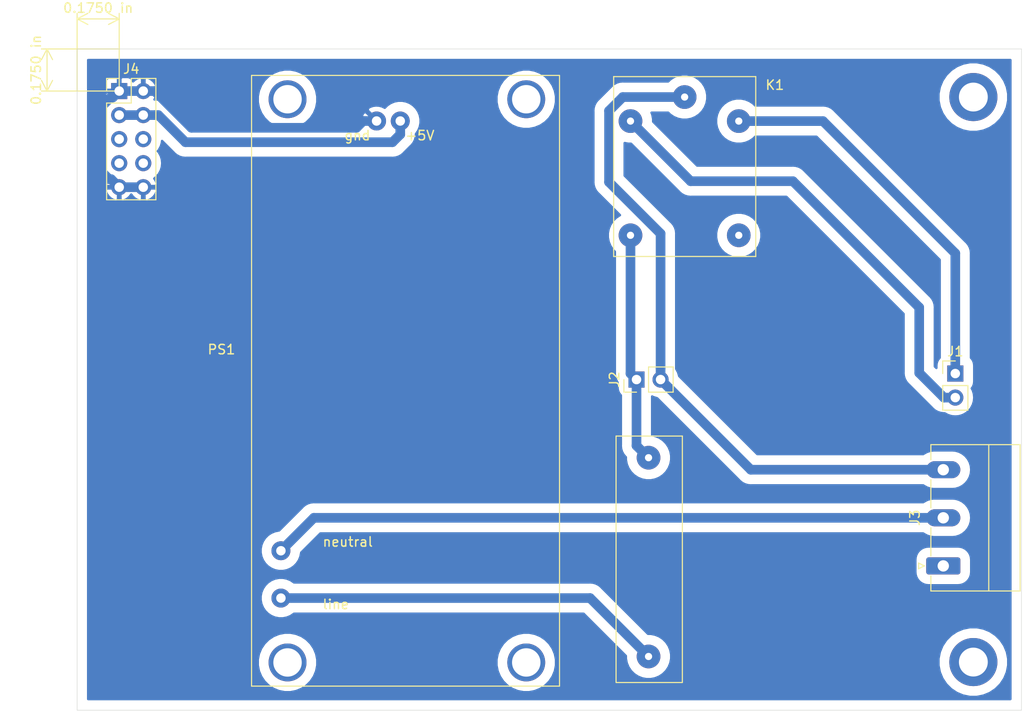
<source format=kicad_pcb>
(kicad_pcb (version 20171130) (host pcbnew "(5.1.4)-1")

  (general
    (thickness 1.6)
    (drawings 6)
    (tracks 48)
    (zones 0)
    (modules 7)
    (nets 15)
  )

  (page A4)
  (layers
    (0 F.Cu signal)
    (31 B.Cu signal)
    (32 B.Adhes user)
    (33 F.Adhes user)
    (34 B.Paste user)
    (35 F.Paste user)
    (36 B.SilkS user)
    (37 F.SilkS user)
    (38 B.Mask user)
    (39 F.Mask user)
    (40 Dwgs.User user)
    (41 Cmts.User user)
    (42 Eco1.User user)
    (43 Eco2.User user)
    (44 Edge.Cuts user)
    (45 Margin user)
    (46 B.CrtYd user)
    (47 F.CrtYd user)
    (48 B.Fab user)
    (49 F.Fab user)
  )

  (setup
    (last_trace_width 1.016)
    (trace_clearance 0.508)
    (zone_clearance 0.508)
    (zone_45_only no)
    (trace_min 0.2)
    (via_size 0.8)
    (via_drill 0.4)
    (via_min_size 0.4)
    (via_min_drill 0.3)
    (uvia_size 0.3)
    (uvia_drill 0.1)
    (uvias_allowed no)
    (uvia_min_size 0.2)
    (uvia_min_drill 0.1)
    (edge_width 0.05)
    (segment_width 0.2)
    (pcb_text_width 0.3)
    (pcb_text_size 1.5 1.5)
    (mod_edge_width 0.12)
    (mod_text_size 1 1)
    (mod_text_width 0.15)
    (pad_size 1.524 1.524)
    (pad_drill 0.762)
    (pad_to_mask_clearance 0.051)
    (solder_mask_min_width 0.25)
    (aux_axis_origin 0 0)
    (visible_elements 7FFFFFFF)
    (pcbplotparams
      (layerselection 0x010fc_ffffffff)
      (usegerberextensions false)
      (usegerberattributes false)
      (usegerberadvancedattributes false)
      (creategerberjobfile false)
      (excludeedgelayer true)
      (linewidth 0.100000)
      (plotframeref false)
      (viasonmask false)
      (mode 1)
      (useauxorigin false)
      (hpglpennumber 1)
      (hpglpenspeed 20)
      (hpglpendiameter 15.000000)
      (psnegative false)
      (psa4output false)
      (plotreference true)
      (plotvalue true)
      (plotinvisibletext false)
      (padsonsilk false)
      (subtractmaskfromsilk false)
      (outputformat 1)
      (mirror false)
      (drillshape 1)
      (scaleselection 1)
      (outputdirectory ""))
  )

  (net 0 "")
  (net 1 "Net-(F1-Pad1)")
  (net 2 "Net-(F1-Pad2)")
  (net 3 "Net-(J1-Pad2)")
  (net 4 "Net-(J1-Pad1)")
  (net 5 LINE)
  (net 6 NEUT)
  (net 7 "Net-(J4-Pad1)")
  (net 8 "Net-(J4-Pad3)")
  (net 9 "Net-(J4-Pad5)")
  (net 10 "Net-(J4-Pad6)")
  (net 11 "Net-(J4-Pad7)")
  (net 12 "Net-(J4-Pad8)")
  (net 13 "Net-(K1-Pad2)")
  (net 14 "Net-(J3-Pad1)")

  (net_class Default "This is the default net class."
    (clearance 0.508)
    (trace_width 1.016)
    (via_dia 0.8)
    (via_drill 0.4)
    (uvia_dia 0.3)
    (uvia_drill 0.1)
    (add_net LINE)
    (add_net NEUT)
    (add_net "Net-(F1-Pad1)")
    (add_net "Net-(F1-Pad2)")
    (add_net "Net-(J1-Pad1)")
    (add_net "Net-(J1-Pad2)")
    (add_net "Net-(J3-Pad1)")
    (add_net "Net-(J4-Pad1)")
    (add_net "Net-(J4-Pad3)")
    (add_net "Net-(J4-Pad5)")
    (add_net "Net-(J4-Pad6)")
    (add_net "Net-(J4-Pad7)")
    (add_net "Net-(J4-Pad8)")
    (add_net "Net-(K1-Pad2)")
  )

  (module MyStuff:Converter_ACDC_5V_10W_XPJ-01B (layer F.Cu) (tedit 61487CCC) (tstamp 6145EDC3)
    (at 116.205 119.38)
    (path /614920C0)
    (fp_text reference PS1 (at -3.175 -35.56) (layer F.SilkS)
      (effects (font (size 1 1) (thickness 0.15)))
    )
    (fp_text value XPJ-01B_5V_10W (at 15.24 1.778) (layer F.Fab)
      (effects (font (size 1 1) (thickness 0.15)))
    )
    (fp_text user +5V (at 17.78 -58.166) (layer F.SilkS)
      (effects (font (size 1 1) (thickness 0.15)))
    )
    (fp_text user gnd (at 11.176 -58.166) (layer F.SilkS)
      (effects (font (size 1 1) (thickness 0.15)))
    )
    (fp_text user line (at 8.89 -8.636) (layer F.SilkS)
      (effects (font (size 1 1) (thickness 0.15)))
    )
    (fp_text user neutral (at 10.16 -15.24) (layer F.SilkS)
      (effects (font (size 1 1) (thickness 0.15)))
    )
    (fp_line (start 32.512 -64.516) (end 0 -64.516) (layer F.SilkS) (width 0.12))
    (fp_line (start 0 0) (end 32.512 0) (layer F.SilkS) (width 0.12))
    (fp_line (start 32.512 -64.516) (end 32.512 0) (layer F.SilkS) (width 0.12))
    (fp_line (start 0 -64.516) (end 0 0) (layer F.SilkS) (width 0.12))
    (fp_line (start 32.4 0) (end 32.4 -64.65) (layer F.CrtYd) (width 0.12))
    (fp_line (start 0 0) (end 0 -64.65) (layer F.CrtYd) (width 0.12))
    (fp_line (start 0 -64.65) (end 32.4 -64.65) (layer F.CrtYd) (width 0.12))
    (fp_line (start 0 0) (end 32.4 0) (layer F.CrtYd) (width 0.12))
    (pad "" thru_hole circle (at 29 -62) (size 4 4) (drill 3) (layers *.Cu *.Mask))
    (pad "" thru_hole circle (at 29 -2.5) (size 4 4) (drill 3) (layers *.Cu *.Mask))
    (pad "" thru_hole circle (at 3.8 -62) (size 4 4) (drill 3) (layers *.Cu *.Mask))
    (pad "" thru_hole circle (at 3.8 -2.5) (size 4 4) (drill 3) (layers *.Cu *.Mask))
    (pad 4 thru_hole circle (at 15.7 -59.7) (size 2 2) (drill 1) (layers *.Cu *.Mask)
      (net 8 "Net-(J4-Pad3)"))
    (pad 3 thru_hole circle (at 13.2 -59.7) (size 2 2) (drill 1) (layers *.Cu *.Mask)
      (net 7 "Net-(J4-Pad1)"))
    (pad 1 thru_hole circle (at 3.1 -14.3) (size 2 2) (drill 1) (layers *.Cu *.Mask)
      (net 6 NEUT))
    (pad 2 thru_hole circle (at 3.1 -9.3) (size 2 2) (drill 1) (layers *.Cu *.Mask)
      (net 2 "Net-(F1-Pad2)"))
  )

  (module MyStuff:Relay_SPDT_Songel-15x19mm (layer F.Cu) (tedit 6144CB90) (tstamp 61459D49)
    (at 156.21 71.755)
    (path /6144DB6F)
    (fp_text reference K1 (at 15.24 -15.875) (layer F.SilkS)
      (effects (font (size 1 1) (thickness 0.15)))
    )
    (fp_text value SRD-05VDC-SL-C (at 5.588 4.064) (layer F.Fab)
      (effects (font (size 1 1) (thickness 0.15)))
    )
    (fp_line (start -1.778 2.236) (end 13.222 2.236) (layer F.SilkS) (width 0.12))
    (fp_line (start -1.778 -16.764) (end 13.222 -16.764) (layer F.SilkS) (width 0.12))
    (fp_line (start -1.778 -16.764) (end -1.778 2.236) (layer F.SilkS) (width 0.12))
    (fp_line (start 13.222 -16.764) (end 13.222 2.236) (layer F.SilkS) (width 0.12))
    (fp_line (start -2.032 -17.018) (end 13.462 -17.018) (layer F.Fab) (width 0.12))
    (fp_line (start 13.462 -17.018) (end 13.462 2.54) (layer F.Fab) (width 0.12))
    (fp_line (start 13.462 2.54) (end -2.032 2.54) (layer F.Fab) (width 0.12))
    (fp_line (start -2.032 2.54) (end -2.032 -17.018) (layer F.Fab) (width 0.12))
    (pad 1 thru_hole circle (at 0 0) (size 2.5 2.5) (drill 0.762) (layers *.Cu *.Mask)
      (net 1 "Net-(F1-Pad1)"))
    (pad 2 thru_hole circle (at 11.43 0) (size 2.5 2.5) (drill 0.762) (layers *.Cu *.Mask)
      (net 13 "Net-(K1-Pad2)"))
    (pad 3 thru_hole circle (at 0 -12.065) (size 2.5 2.5) (drill 0.762) (layers *.Cu *.Mask)
      (net 3 "Net-(J1-Pad2)"))
    (pad 4 thru_hole circle (at 11.43 -12.065) (size 2.5 2.5) (drill 0.762) (layers *.Cu *.Mask)
      (net 4 "Net-(J1-Pad1)"))
    (pad 5 thru_hole circle (at 5.715 -14.605) (size 2.5 2.5) (drill 0.762) (layers *.Cu *.Mask)
      (net 5 LINE))
  )

  (module Connector_PinHeader_2.54mm:PinHeader_2x05_P2.54mm_Vertical (layer F.Cu) (tedit 59FED5CC) (tstamp 61459748)
    (at 102.235 56.515)
    (descr "Through hole straight pin header, 2x05, 2.54mm pitch, double rows")
    (tags "Through hole pin header THT 2x05 2.54mm double row")
    (path /61459678)
    (fp_text reference J4 (at 1.27 -2.33) (layer F.SilkS)
      (effects (font (size 1 1) (thickness 0.15)))
    )
    (fp_text value "Power bus" (at 1.27 12.49) (layer F.Fab)
      (effects (font (size 1 1) (thickness 0.15)))
    )
    (fp_line (start 0 -1.27) (end 3.81 -1.27) (layer F.Fab) (width 0.1))
    (fp_line (start 3.81 -1.27) (end 3.81 11.43) (layer F.Fab) (width 0.1))
    (fp_line (start 3.81 11.43) (end -1.27 11.43) (layer F.Fab) (width 0.1))
    (fp_line (start -1.27 11.43) (end -1.27 0) (layer F.Fab) (width 0.1))
    (fp_line (start -1.27 0) (end 0 -1.27) (layer F.Fab) (width 0.1))
    (fp_line (start -1.33 11.49) (end 3.87 11.49) (layer F.SilkS) (width 0.12))
    (fp_line (start -1.33 1.27) (end -1.33 11.49) (layer F.SilkS) (width 0.12))
    (fp_line (start 3.87 -1.33) (end 3.87 11.49) (layer F.SilkS) (width 0.12))
    (fp_line (start -1.33 1.27) (end 1.27 1.27) (layer F.SilkS) (width 0.12))
    (fp_line (start 1.27 1.27) (end 1.27 -1.33) (layer F.SilkS) (width 0.12))
    (fp_line (start 1.27 -1.33) (end 3.87 -1.33) (layer F.SilkS) (width 0.12))
    (fp_line (start -1.33 0) (end -1.33 -1.33) (layer F.SilkS) (width 0.12))
    (fp_line (start -1.33 -1.33) (end 0 -1.33) (layer F.SilkS) (width 0.12))
    (fp_line (start -1.8 -1.8) (end -1.8 11.95) (layer F.CrtYd) (width 0.05))
    (fp_line (start -1.8 11.95) (end 4.35 11.95) (layer F.CrtYd) (width 0.05))
    (fp_line (start 4.35 11.95) (end 4.35 -1.8) (layer F.CrtYd) (width 0.05))
    (fp_line (start 4.35 -1.8) (end -1.8 -1.8) (layer F.CrtYd) (width 0.05))
    (fp_text user %R (at 1.27 5.08 90) (layer F.Fab)
      (effects (font (size 1 1) (thickness 0.15)))
    )
    (pad 1 thru_hole rect (at 0 0) (size 1.7 1.7) (drill 1) (layers *.Cu *.Mask)
      (net 7 "Net-(J4-Pad1)"))
    (pad 2 thru_hole oval (at 2.54 0) (size 1.7 1.7) (drill 1) (layers *.Cu *.Mask)
      (net 7 "Net-(J4-Pad1)"))
    (pad 3 thru_hole oval (at 0 2.54) (size 1.7 1.7) (drill 1) (layers *.Cu *.Mask)
      (net 8 "Net-(J4-Pad3)"))
    (pad 4 thru_hole oval (at 2.54 2.54) (size 1.7 1.7) (drill 1) (layers *.Cu *.Mask)
      (net 8 "Net-(J4-Pad3)"))
    (pad 5 thru_hole oval (at 0 5.08) (size 1.7 1.7) (drill 1) (layers *.Cu *.Mask)
      (net 9 "Net-(J4-Pad5)"))
    (pad 6 thru_hole oval (at 2.54 5.08) (size 1.7 1.7) (drill 1) (layers *.Cu *.Mask)
      (net 10 "Net-(J4-Pad6)"))
    (pad 7 thru_hole oval (at 0 7.62) (size 1.7 1.7) (drill 1) (layers *.Cu *.Mask)
      (net 11 "Net-(J4-Pad7)"))
    (pad 8 thru_hole oval (at 2.54 7.62) (size 1.7 1.7) (drill 1) (layers *.Cu *.Mask)
      (net 12 "Net-(J4-Pad8)"))
    (pad 9 thru_hole oval (at 0 10.16) (size 1.7 1.7) (drill 1) (layers *.Cu *.Mask)
      (net 7 "Net-(J4-Pad1)"))
    (pad 10 thru_hole oval (at 2.54 10.16) (size 1.7 1.7) (drill 1) (layers *.Cu *.Mask)
      (net 7 "Net-(J4-Pad1)"))
    (model ${KISYS3DMOD}/Connector_PinHeader_2.54mm.3dshapes/PinHeader_2x05_P2.54mm_Vertical.wrl
      (at (xyz 0 0 0))
      (scale (xyz 1 1 1))
      (rotate (xyz 0 0 0))
    )
  )

  (module Connector_PinHeader_2.54mm:PinHeader_1x02_P2.54mm_Vertical (layer F.Cu) (tedit 59FED5CC) (tstamp 6145EFB2)
    (at 156.845 86.995 90)
    (descr "Through hole straight pin header, 1x02, 2.54mm pitch, single row")
    (tags "Through hole pin header THT 1x02 2.54mm single row")
    (path /6145B14B)
    (fp_text reference J2 (at 0 -2.33 90) (layer F.SilkS)
      (effects (font (size 1 1) (thickness 0.15)))
    )
    (fp_text value "Power switch" (at 0 4.87 90) (layer F.Fab)
      (effects (font (size 1 1) (thickness 0.15)))
    )
    (fp_line (start -0.635 -1.27) (end 1.27 -1.27) (layer F.Fab) (width 0.1))
    (fp_line (start 1.27 -1.27) (end 1.27 3.81) (layer F.Fab) (width 0.1))
    (fp_line (start 1.27 3.81) (end -1.27 3.81) (layer F.Fab) (width 0.1))
    (fp_line (start -1.27 3.81) (end -1.27 -0.635) (layer F.Fab) (width 0.1))
    (fp_line (start -1.27 -0.635) (end -0.635 -1.27) (layer F.Fab) (width 0.1))
    (fp_line (start -1.33 3.87) (end 1.33 3.87) (layer F.SilkS) (width 0.12))
    (fp_line (start -1.33 1.27) (end -1.33 3.87) (layer F.SilkS) (width 0.12))
    (fp_line (start 1.33 1.27) (end 1.33 3.87) (layer F.SilkS) (width 0.12))
    (fp_line (start -1.33 1.27) (end 1.33 1.27) (layer F.SilkS) (width 0.12))
    (fp_line (start -1.33 0) (end -1.33 -1.33) (layer F.SilkS) (width 0.12))
    (fp_line (start -1.33 -1.33) (end 0 -1.33) (layer F.SilkS) (width 0.12))
    (fp_line (start -1.8 -1.8) (end -1.8 4.35) (layer F.CrtYd) (width 0.05))
    (fp_line (start -1.8 4.35) (end 1.8 4.35) (layer F.CrtYd) (width 0.05))
    (fp_line (start 1.8 4.35) (end 1.8 -1.8) (layer F.CrtYd) (width 0.05))
    (fp_line (start 1.8 -1.8) (end -1.8 -1.8) (layer F.CrtYd) (width 0.05))
    (fp_text user %R (at 0 1.27) (layer F.Fab)
      (effects (font (size 1 1) (thickness 0.15)))
    )
    (pad 1 thru_hole rect (at 0 0 90) (size 1.7 1.7) (drill 1) (layers *.Cu *.Mask)
      (net 1 "Net-(F1-Pad1)"))
    (pad 2 thru_hole oval (at 0 2.54 90) (size 1.7 1.7) (drill 1) (layers *.Cu *.Mask)
      (net 5 LINE))
    (model ${KISYS3DMOD}/Connector_PinHeader_2.54mm.3dshapes/PinHeader_1x02_P2.54mm_Vertical.wrl
      (at (xyz 0 0 0))
      (scale (xyz 1 1 1))
      (rotate (xyz 0 0 0))
    )
  )

  (module Connector_PinHeader_2.54mm:PinHeader_1x02_P2.54mm_Vertical (layer F.Cu) (tedit 59FED5CC) (tstamp 614596F5)
    (at 190.5 86.36)
    (descr "Through hole straight pin header, 1x02, 2.54mm pitch, single row")
    (tags "Through hole pin header THT 1x02 2.54mm single row")
    (path /6145A672)
    (fp_text reference J1 (at 0 -2.33) (layer F.SilkS)
      (effects (font (size 1 1) (thickness 0.15)))
    )
    (fp_text value "Ext power on" (at 0 4.87) (layer F.Fab)
      (effects (font (size 1 1) (thickness 0.15)))
    )
    (fp_text user %R (at 0 1.27 90) (layer F.Fab)
      (effects (font (size 1 1) (thickness 0.15)))
    )
    (fp_line (start 1.8 -1.8) (end -1.8 -1.8) (layer F.CrtYd) (width 0.05))
    (fp_line (start 1.8 4.35) (end 1.8 -1.8) (layer F.CrtYd) (width 0.05))
    (fp_line (start -1.8 4.35) (end 1.8 4.35) (layer F.CrtYd) (width 0.05))
    (fp_line (start -1.8 -1.8) (end -1.8 4.35) (layer F.CrtYd) (width 0.05))
    (fp_line (start -1.33 -1.33) (end 0 -1.33) (layer F.SilkS) (width 0.12))
    (fp_line (start -1.33 0) (end -1.33 -1.33) (layer F.SilkS) (width 0.12))
    (fp_line (start -1.33 1.27) (end 1.33 1.27) (layer F.SilkS) (width 0.12))
    (fp_line (start 1.33 1.27) (end 1.33 3.87) (layer F.SilkS) (width 0.12))
    (fp_line (start -1.33 1.27) (end -1.33 3.87) (layer F.SilkS) (width 0.12))
    (fp_line (start -1.33 3.87) (end 1.33 3.87) (layer F.SilkS) (width 0.12))
    (fp_line (start -1.27 -0.635) (end -0.635 -1.27) (layer F.Fab) (width 0.1))
    (fp_line (start -1.27 3.81) (end -1.27 -0.635) (layer F.Fab) (width 0.1))
    (fp_line (start 1.27 3.81) (end -1.27 3.81) (layer F.Fab) (width 0.1))
    (fp_line (start 1.27 -1.27) (end 1.27 3.81) (layer F.Fab) (width 0.1))
    (fp_line (start -0.635 -1.27) (end 1.27 -1.27) (layer F.Fab) (width 0.1))
    (pad 2 thru_hole oval (at 0 2.54) (size 1.7 1.7) (drill 1) (layers *.Cu *.Mask)
      (net 3 "Net-(J1-Pad2)"))
    (pad 1 thru_hole rect (at 0 0) (size 1.7 1.7) (drill 1) (layers *.Cu *.Mask)
      (net 4 "Net-(J1-Pad1)"))
    (model ${KISYS3DMOD}/Connector_PinHeader_2.54mm.3dshapes/PinHeader_1x02_P2.54mm_Vertical.wrl
      (at (xyz 0 0 0))
      (scale (xyz 1 1 1))
      (rotate (xyz 0 0 0))
    )
  )

  (module MyStuff:FuseHolder_Cylinder-27x8.5mm_Horizontal (layer F.Cu) (tedit 6144C433) (tstamp 614596DF)
    (at 158.115 95.25 270)
    (path /6144E395)
    (fp_text reference F1 (at 11.303 7.747 90) (layer F.SilkS) hide
      (effects (font (size 1 1) (thickness 0.15)))
    )
    (fp_text value 100mA (at 10.541 5.207 90) (layer F.Fab)
      (effects (font (size 1 1) (thickness 0.15)))
    )
    (fp_line (start -2.286 3.429) (end 23.714 3.429) (layer F.SilkS) (width 0.12))
    (fp_line (start -2.286 -3.571) (end -2.286 3.429) (layer F.SilkS) (width 0.12))
    (fp_line (start 23.749 -3.571) (end 23.749 3.429) (layer F.SilkS) (width 0.12))
    (fp_line (start -2.286 -3.571) (end 23.714 -3.571) (layer F.SilkS) (width 0.12))
    (fp_line (start -2.794 -4.436) (end 24.206 -4.436) (layer F.CrtYd) (width 0.12))
    (fp_line (start -2.794 4.064) (end 24.206 4.064) (layer F.CrtYd) (width 0.12))
    (fp_line (start 24.206 -4.436) (end 24.206 4.064) (layer F.CrtYd) (width 0.12))
    (fp_line (start -2.794 -4.436) (end -2.794 4.064) (layer F.CrtYd) (width 0.12))
    (pad 1 thru_hole circle (at 0 0 270) (size 2.5 2.5) (drill 0.762) (layers *.Cu *.Mask)
      (net 1 "Net-(F1-Pad1)"))
    (pad 2 thru_hole circle (at 21 0 270) (size 2.5 2.5) (drill 0.762) (layers *.Cu *.Mask)
      (net 2 "Net-(F1-Pad2)"))
  )

  (module Connector_Phoenix_MC_HighVoltage:PhoenixContact_MC_1,5_3-G-5.08_1x03_P5.08mm_Horizontal (layer F.Cu) (tedit 5B784ED2) (tstamp 61459728)
    (at 189.23 106.68 90)
    (descr "Generic Phoenix Contact connector footprint for: MC_1,5/3-G-5.08; number of pins: 03; pin pitch: 5.08mm; Angled || order number: 1836192 8A 320V")
    (tags "phoenix_contact connector MC_01x03_G_5.08mm")
    (path /6145B022)
    (fp_text reference J3 (at 5.08 -3 90) (layer F.SilkS)
      (effects (font (size 1 1) (thickness 0.15)))
    )
    (fp_text value Mains (at 5.08 6.35 90) (layer F.Fab)
      (effects (font (size 1 1) (thickness 0.15)))
    )
    (fp_line (start -2.65 -1.31) (end -2.65 8.11) (layer F.SilkS) (width 0.12))
    (fp_line (start -2.65 8.11) (end 12.81 8.11) (layer F.SilkS) (width 0.12))
    (fp_line (start 12.81 8.11) (end 12.81 -1.31) (layer F.SilkS) (width 0.12))
    (fp_line (start -2.65 -1.31) (end -1.05 -1.31) (layer F.SilkS) (width 0.12))
    (fp_line (start 12.81 -1.31) (end 11.21 -1.31) (layer F.SilkS) (width 0.12))
    (fp_line (start 1.05 -1.31) (end 4.03 -1.31) (layer F.SilkS) (width 0.12))
    (fp_line (start 6.13 -1.31) (end 9.11 -1.31) (layer F.SilkS) (width 0.12))
    (fp_line (start -2.54 -1.2) (end -2.54 8) (layer F.Fab) (width 0.1))
    (fp_line (start -2.54 8) (end 12.7 8) (layer F.Fab) (width 0.1))
    (fp_line (start 12.7 8) (end 12.7 -1.2) (layer F.Fab) (width 0.1))
    (fp_line (start 12.7 -1.2) (end -2.54 -1.2) (layer F.Fab) (width 0.1))
    (fp_line (start -2.65 4.8) (end 12.81 4.8) (layer F.SilkS) (width 0.12))
    (fp_line (start -3.15 -2.3) (end -3.15 8.5) (layer F.CrtYd) (width 0.05))
    (fp_line (start -3.15 8.5) (end 13.2 8.5) (layer F.CrtYd) (width 0.05))
    (fp_line (start 13.2 8.5) (end 13.2 -2.3) (layer F.CrtYd) (width 0.05))
    (fp_line (start 13.2 -2.3) (end -3.15 -2.3) (layer F.CrtYd) (width 0.05))
    (fp_line (start 0.3 -2.6) (end 0 -2) (layer F.SilkS) (width 0.12))
    (fp_line (start 0 -2) (end -0.3 -2.6) (layer F.SilkS) (width 0.12))
    (fp_line (start -0.3 -2.6) (end 0.3 -2.6) (layer F.SilkS) (width 0.12))
    (fp_line (start 0.8 -1.2) (end 0 0) (layer F.Fab) (width 0.1))
    (fp_line (start 0 0) (end -0.8 -1.2) (layer F.Fab) (width 0.1))
    (fp_text user %R (at 5.08 -0.5 90) (layer F.Fab)
      (effects (font (size 1 1) (thickness 0.15)))
    )
    (pad 1 thru_hole roundrect (at 0 0 90) (size 1.8 3.6) (drill 1.2) (layers *.Cu *.Mask) (roundrect_rratio 0.138889)
      (net 14 "Net-(J3-Pad1)"))
    (pad 2 thru_hole oval (at 5.08 0 90) (size 1.8 3.6) (drill 1.2) (layers *.Cu *.Mask)
      (net 6 NEUT))
    (pad 3 thru_hole oval (at 10.16 0 90) (size 1.8 3.6) (drill 1.2) (layers *.Cu *.Mask)
      (net 5 LINE))
    (model ${KISYS3DMOD}/Connector_Phoenix_MC_HighVoltage.3dshapes/PhoenixContact_MC_1,5_3-G-5.08_1x03_P5.08mm_Horizontal.wrl
      (at (xyz 0 0 0))
      (scale (xyz 1 1 1))
      (rotate (xyz 0 0 0))
    )
  )

  (dimension 4.445 (width 0.12) (layer F.SilkS)
    (gr_text "0.1750 in" (at 100.0125 47.625) (layer F.SilkS)
      (effects (font (size 1 1) (thickness 0.15)))
    )
    (feature1 (pts (xy 97.79 56.515) (xy 97.79 48.308579)))
    (feature2 (pts (xy 102.235 56.515) (xy 102.235 48.308579)))
    (crossbar (pts (xy 102.235 48.895) (xy 97.79 48.895)))
    (arrow1a (pts (xy 97.79 48.895) (xy 98.916504 48.308579)))
    (arrow1b (pts (xy 97.79 48.895) (xy 98.916504 49.481421)))
    (arrow2a (pts (xy 102.235 48.895) (xy 101.108496 48.308579)))
    (arrow2b (pts (xy 102.235 48.895) (xy 101.108496 49.481421)))
  )
  (dimension 4.445 (width 0.12) (layer F.SilkS)
    (gr_text "0.1750 in" (at 93.345 54.2925 90) (layer F.SilkS)
      (effects (font (size 1 1) (thickness 0.15)))
    )
    (feature1 (pts (xy 102.235 52.07) (xy 94.028579 52.07)))
    (feature2 (pts (xy 102.235 56.515) (xy 94.028579 56.515)))
    (crossbar (pts (xy 94.615 56.515) (xy 94.615 52.07)))
    (arrow1a (pts (xy 94.615 52.07) (xy 95.201421 53.196504)))
    (arrow1b (pts (xy 94.615 52.07) (xy 94.028579 53.196504)))
    (arrow2a (pts (xy 94.615 56.515) (xy 95.201421 55.388496)))
    (arrow2b (pts (xy 94.615 56.515) (xy 94.028579 55.388496)))
  )
  (gr_line (start 197.485 52.07) (end 197.485 121.92) (layer Edge.Cuts) (width 0.05) (tstamp 61459224))
  (gr_line (start 97.79 52.07) (end 97.79 121.92) (layer Edge.Cuts) (width 0.05))
  (gr_line (start 97.79 121.92) (end 197.485 121.92) (layer Edge.Cuts) (width 0.05) (tstamp 61459221))
  (gr_line (start 97.79 52.07) (end 197.485 52.07) (layer Edge.Cuts) (width 0.05))

  (via (at 192.405 57.15) (size 5.08) (drill 3.048) (layers F.Cu B.Cu) (net 0))
  (via (at 192.405 116.84) (size 5.08) (drill 3.048) (layers F.Cu B.Cu) (net 0) (tstamp 6148C9DB))
  (segment (start 156.21 86.36) (end 156.845 86.995) (width 1.016) (layer B.Cu) (net 1))
  (segment (start 156.21 71.755) (end 156.21 86.36) (width 1.016) (layer B.Cu) (net 1))
  (segment (start 156.845 93.98) (end 158.115 95.25) (width 1.016) (layer B.Cu) (net 1))
  (segment (start 156.845 86.995) (end 156.845 93.98) (width 1.016) (layer B.Cu) (net 1))
  (segment (start 151.945 110.08) (end 158.115 116.25) (width 1.016) (layer B.Cu) (net 2))
  (segment (start 119.305 110.08) (end 151.945 110.08) (width 1.016) (layer B.Cu) (net 2))
  (segment (start 189.297919 88.9) (end 190.5 88.9) (width 1.016) (layer B.Cu) (net 3))
  (segment (start 186.69 86.292081) (end 189.297919 88.9) (width 1.016) (layer B.Cu) (net 3))
  (segment (start 186.69 79.375) (end 186.69 86.292081) (width 1.016) (layer B.Cu) (net 3))
  (segment (start 173.355 66.04) (end 186.69 79.375) (width 1.016) (layer B.Cu) (net 3))
  (segment (start 162.56 66.04) (end 173.355 66.04) (width 1.016) (layer B.Cu) (net 3))
  (segment (start 156.21 59.69) (end 162.56 66.04) (width 1.016) (layer B.Cu) (net 3))
  (segment (start 167.64 59.69) (end 176.53 59.69) (width 1.016) (layer B.Cu) (net 4))
  (segment (start 190.5 73.66) (end 190.5 86.36) (width 1.016) (layer B.Cu) (net 4))
  (segment (start 176.53 59.69) (end 190.5 73.66) (width 1.016) (layer B.Cu) (net 4))
  (segment (start 168.91 96.52) (end 159.385 86.995) (width 1.016) (layer B.Cu) (net 5))
  (segment (start 189.23 96.52) (end 168.91 96.52) (width 1.016) (layer B.Cu) (net 5))
  (segment (start 159.385 85.792919) (end 159.385 86.995) (width 1.016) (layer B.Cu) (net 5))
  (segment (start 159.385 71.576318) (end 159.385 85.792919) (width 1.016) (layer B.Cu) (net 5))
  (segment (start 153.943999 66.135317) (end 159.385 71.576318) (width 1.016) (layer B.Cu) (net 5))
  (segment (start 153.943999 58.602319) (end 153.943999 66.135317) (width 1.016) (layer B.Cu) (net 5))
  (segment (start 155.396318 57.15) (end 153.943999 58.602319) (width 1.016) (layer B.Cu) (net 5))
  (segment (start 161.925 57.15) (end 155.396318 57.15) (width 1.016) (layer B.Cu) (net 5))
  (segment (start 122.785 101.6) (end 119.305 105.08) (width 1.016) (layer B.Cu) (net 6))
  (segment (start 189.23 101.6) (end 122.785 101.6) (width 1.016) (layer B.Cu) (net 6))
  (segment (start 105.977081 56.515) (end 104.775 56.515) (width 1.016) (layer B.Cu) (net 7))
  (segment (start 109.858082 60.396001) (end 105.977081 56.515) (width 1.016) (layer B.Cu) (net 7))
  (segment (start 127.274786 60.396001) (end 109.858082 60.396001) (width 1.016) (layer B.Cu) (net 7))
  (segment (start 127.990787 59.68) (end 127.274786 60.396001) (width 1.016) (layer B.Cu) (net 7))
  (segment (start 129.405 59.68) (end 127.990787 59.68) (width 1.016) (layer B.Cu) (net 7))
  (segment (start 101.385001 65.825001) (end 102.235 66.675) (width 1.016) (layer B.Cu) (net 7))
  (segment (start 101.163319 65.825001) (end 101.385001 65.825001) (width 1.016) (layer B.Cu) (net 7))
  (segment (start 100.368999 65.030681) (end 101.163319 65.825001) (width 1.016) (layer B.Cu) (net 7))
  (segment (start 100.368999 58.159319) (end 100.368999 65.030681) (width 1.016) (layer B.Cu) (net 7))
  (segment (start 101.339319 57.188999) (end 100.368999 58.159319) (width 1.016) (layer B.Cu) (net 7))
  (segment (start 101.561001 57.188999) (end 101.339319 57.188999) (width 1.016) (layer B.Cu) (net 7))
  (segment (start 102.235 56.515) (end 101.561001 57.188999) (width 1.016) (layer B.Cu) (net 7))
  (segment (start 104.775 56.515) (end 102.235 56.515) (width 1.016) (layer B.Cu) (net 7))
  (segment (start 104.775 66.675) (end 102.235 66.675) (width 1.016) (layer B.Cu) (net 7))
  (segment (start 105.977081 59.055) (end 104.775 59.055) (width 1.016) (layer B.Cu) (net 8))
  (segment (start 106.361807 59.055) (end 105.977081 59.055) (width 1.016) (layer B.Cu) (net 8))
  (segment (start 109.226818 61.920011) (end 106.361807 59.055) (width 1.016) (layer B.Cu) (net 8))
  (segment (start 131.079202 61.920011) (end 109.226818 61.920011) (width 1.016) (layer B.Cu) (net 8))
  (segment (start 131.905 61.094213) (end 131.079202 61.920011) (width 1.016) (layer B.Cu) (net 8))
  (segment (start 131.905 59.68) (end 131.905 61.094213) (width 1.016) (layer B.Cu) (net 8))
  (segment (start 104.775 59.055) (end 102.235 59.055) (width 1.016) (layer B.Cu) (net 8))

  (zone (net 7) (net_name "Net-(J4-Pad1)") (layer B.Cu) (tstamp 0) (hatch edge 0.508)
    (connect_pads (clearance 1.016))
    (min_thickness 0.254)
    (fill yes (arc_segments 32) (thermal_gap 0.508) (thermal_bridge_width 0.508))
    (polygon
      (pts
        (xy 97.79 52.07) (xy 197.485 52.07) (xy 197.485 121.92) (xy 97.79 121.92)
      )
    )
    (filled_polygon
      (pts
        (xy 196.317001 120.752) (xy 98.958 120.752) (xy 98.958 116.570441) (xy 116.862 116.570441) (xy 116.862 117.189559)
        (xy 116.982783 117.796779) (xy 117.219709 118.368769) (xy 117.563672 118.883546) (xy 118.001454 119.321328) (xy 118.516231 119.665291)
        (xy 119.088221 119.902217) (xy 119.695441 120.023) (xy 120.314559 120.023) (xy 120.921779 119.902217) (xy 121.493769 119.665291)
        (xy 122.008546 119.321328) (xy 122.446328 118.883546) (xy 122.790291 118.368769) (xy 123.027217 117.796779) (xy 123.148 117.189559)
        (xy 123.148 116.570441) (xy 142.062 116.570441) (xy 142.062 117.189559) (xy 142.182783 117.796779) (xy 142.419709 118.368769)
        (xy 142.763672 118.883546) (xy 143.201454 119.321328) (xy 143.716231 119.665291) (xy 144.288221 119.902217) (xy 144.895441 120.023)
        (xy 145.514559 120.023) (xy 146.121779 119.902217) (xy 146.693769 119.665291) (xy 147.208546 119.321328) (xy 147.646328 118.883546)
        (xy 147.990291 118.368769) (xy 148.227217 117.796779) (xy 148.348 117.189559) (xy 148.348 116.570441) (xy 148.227217 115.963221)
        (xy 147.990291 115.391231) (xy 147.646328 114.876454) (xy 147.208546 114.438672) (xy 146.693769 114.094709) (xy 146.121779 113.857783)
        (xy 145.514559 113.737) (xy 144.895441 113.737) (xy 144.288221 113.857783) (xy 143.716231 114.094709) (xy 143.201454 114.438672)
        (xy 142.763672 114.876454) (xy 142.419709 115.391231) (xy 142.182783 115.963221) (xy 142.062 116.570441) (xy 123.148 116.570441)
        (xy 123.027217 115.963221) (xy 122.790291 115.391231) (xy 122.446328 114.876454) (xy 122.008546 114.438672) (xy 121.493769 114.094709)
        (xy 120.921779 113.857783) (xy 120.314559 113.737) (xy 119.695441 113.737) (xy 119.088221 113.857783) (xy 118.516231 114.094709)
        (xy 118.001454 114.438672) (xy 117.563672 114.876454) (xy 117.219709 115.391231) (xy 116.982783 115.963221) (xy 116.862 116.570441)
        (xy 98.958 116.570441) (xy 98.958 109.868933) (xy 117.162 109.868933) (xy 117.162 110.291067) (xy 117.244354 110.70509)
        (xy 117.405898 111.095091) (xy 117.640423 111.446083) (xy 117.938917 111.744577) (xy 118.289909 111.979102) (xy 118.67991 112.140646)
        (xy 119.093933 112.223) (xy 119.516067 112.223) (xy 119.93009 112.140646) (xy 120.320091 111.979102) (xy 120.671083 111.744577)
        (xy 120.68466 111.731) (xy 151.261134 111.731) (xy 155.722 116.191866) (xy 155.722 116.48569) (xy 155.813961 116.948012)
        (xy 155.994351 117.383511) (xy 156.256235 117.775449) (xy 156.589551 118.108765) (xy 156.981489 118.370649) (xy 157.416988 118.551039)
        (xy 157.87931 118.643) (xy 158.35069 118.643) (xy 158.813012 118.551039) (xy 159.248511 118.370649) (xy 159.640449 118.108765)
        (xy 159.973765 117.775449) (xy 160.235649 117.383511) (xy 160.416039 116.948012) (xy 160.508 116.48569) (xy 160.508 116.477256)
        (xy 188.722 116.477256) (xy 188.722 117.202744) (xy 188.863536 117.914291) (xy 189.141168 118.584554) (xy 189.544227 119.187775)
        (xy 190.057225 119.700773) (xy 190.660446 120.103832) (xy 191.330709 120.381464) (xy 192.042256 120.523) (xy 192.767744 120.523)
        (xy 193.479291 120.381464) (xy 194.149554 120.103832) (xy 194.752775 119.700773) (xy 195.265773 119.187775) (xy 195.668832 118.584554)
        (xy 195.946464 117.914291) (xy 196.088 117.202744) (xy 196.088 116.477256) (xy 195.946464 115.765709) (xy 195.668832 115.095446)
        (xy 195.265773 114.492225) (xy 194.752775 113.979227) (xy 194.149554 113.576168) (xy 193.479291 113.298536) (xy 192.767744 113.157)
        (xy 192.042256 113.157) (xy 191.330709 113.298536) (xy 190.660446 113.576168) (xy 190.057225 113.979227) (xy 189.544227 114.492225)
        (xy 189.141168 115.095446) (xy 188.863536 115.765709) (xy 188.722 116.477256) (xy 160.508 116.477256) (xy 160.508 116.01431)
        (xy 160.416039 115.551988) (xy 160.235649 115.116489) (xy 159.973765 114.724551) (xy 159.640449 114.391235) (xy 159.248511 114.129351)
        (xy 158.813012 113.948961) (xy 158.35069 113.857) (xy 158.056866 113.857) (xy 153.169787 108.969921) (xy 153.118082 108.906918)
        (xy 152.866684 108.700602) (xy 152.579867 108.547295) (xy 152.268653 108.452889) (xy 152.026104 108.429) (xy 152.026101 108.429)
        (xy 151.945 108.421012) (xy 151.863899 108.429) (xy 120.68466 108.429) (xy 120.671083 108.415423) (xy 120.320091 108.180898)
        (xy 119.93009 108.019354) (xy 119.516067 107.937) (xy 119.093933 107.937) (xy 118.67991 108.019354) (xy 118.289909 108.180898)
        (xy 117.938917 108.415423) (xy 117.640423 108.713917) (xy 117.405898 109.064909) (xy 117.244354 109.45491) (xy 117.162 109.868933)
        (xy 98.958 109.868933) (xy 98.958 104.868933) (xy 117.162 104.868933) (xy 117.162 105.291067) (xy 117.244354 105.70509)
        (xy 117.405898 106.095091) (xy 117.640423 106.446083) (xy 117.938917 106.744577) (xy 118.289909 106.979102) (xy 118.67991 107.140646)
        (xy 119.093933 107.223) (xy 119.516067 107.223) (xy 119.93009 107.140646) (xy 120.320091 106.979102) (xy 120.671083 106.744577)
        (xy 120.969577 106.446083) (xy 121.204102 106.095091) (xy 121.231063 106.03) (xy 186.28147 106.03) (xy 186.28147 107.33)
        (xy 186.308342 107.60284) (xy 186.387927 107.865194) (xy 186.517165 108.106982) (xy 186.69109 108.31891) (xy 186.903018 108.492835)
        (xy 187.144806 108.622073) (xy 187.40716 108.701658) (xy 187.68 108.72853) (xy 190.78 108.72853) (xy 191.05284 108.701658)
        (xy 191.315194 108.622073) (xy 191.556982 108.492835) (xy 191.76891 108.31891) (xy 191.942835 108.106982) (xy 192.072073 107.865194)
        (xy 192.151658 107.60284) (xy 192.17853 107.33) (xy 192.17853 106.03) (xy 192.151658 105.75716) (xy 192.072073 105.494806)
        (xy 191.942835 105.253018) (xy 191.76891 105.04109) (xy 191.556982 104.867165) (xy 191.315194 104.737927) (xy 191.05284 104.658342)
        (xy 190.78 104.63147) (xy 187.68 104.63147) (xy 187.40716 104.658342) (xy 187.144806 104.737927) (xy 186.903018 104.867165)
        (xy 186.69109 105.04109) (xy 186.517165 105.253018) (xy 186.387927 105.494806) (xy 186.308342 105.75716) (xy 186.28147 106.03)
        (xy 121.231063 106.03) (xy 121.365646 105.70509) (xy 121.448 105.291067) (xy 121.448 105.271866) (xy 123.468867 103.251)
        (xy 187.12135 103.251) (xy 187.189478 103.306911) (xy 187.544395 103.496618) (xy 187.929502 103.613439) (xy 188.229637 103.643)
        (xy 190.230363 103.643) (xy 190.530498 103.613439) (xy 190.915605 103.496618) (xy 191.270522 103.306911) (xy 191.581609 103.051609)
        (xy 191.836911 102.740522) (xy 192.026618 102.385605) (xy 192.143439 102.000498) (xy 192.182885 101.6) (xy 192.143439 101.199502)
        (xy 192.026618 100.814395) (xy 191.836911 100.459478) (xy 191.581609 100.148391) (xy 191.270522 99.893089) (xy 190.915605 99.703382)
        (xy 190.530498 99.586561) (xy 190.230363 99.557) (xy 188.229637 99.557) (xy 187.929502 99.586561) (xy 187.544395 99.703382)
        (xy 187.189478 99.893089) (xy 187.12135 99.949) (xy 122.8661 99.949) (xy 122.784999 99.941012) (xy 122.703898 99.949)
        (xy 122.703896 99.949) (xy 122.461347 99.972889) (xy 122.150133 100.067295) (xy 122.016622 100.138658) (xy 121.863315 100.220602)
        (xy 121.685638 100.366417) (xy 121.611918 100.426918) (xy 121.560218 100.489915) (xy 119.113134 102.937) (xy 119.093933 102.937)
        (xy 118.67991 103.019354) (xy 118.289909 103.180898) (xy 117.938917 103.415423) (xy 117.640423 103.713917) (xy 117.405898 104.064909)
        (xy 117.244354 104.45491) (xy 117.162 104.868933) (xy 98.958 104.868933) (xy 98.958 67.03189) (xy 100.793524 67.03189)
        (xy 100.838175 67.179099) (xy 100.963359 67.44192) (xy 101.137412 67.675269) (xy 101.353645 67.870178) (xy 101.603748 68.019157)
        (xy 101.878109 68.116481) (xy 102.108 67.995814) (xy 102.108 66.802) (xy 102.362 66.802) (xy 102.362 67.995814)
        (xy 102.591891 68.116481) (xy 102.866252 68.019157) (xy 103.116355 67.870178) (xy 103.332588 67.675269) (xy 103.505 67.44412)
        (xy 103.677412 67.675269) (xy 103.893645 67.870178) (xy 104.143748 68.019157) (xy 104.418109 68.116481) (xy 104.648 67.995814)
        (xy 104.648 66.802) (xy 104.902 66.802) (xy 104.902 67.995814) (xy 105.131891 68.116481) (xy 105.406252 68.019157)
        (xy 105.656355 67.870178) (xy 105.872588 67.675269) (xy 106.046641 67.44192) (xy 106.171825 67.179099) (xy 106.216476 67.03189)
        (xy 106.095155 66.802) (xy 104.902 66.802) (xy 104.648 66.802) (xy 102.362 66.802) (xy 102.108 66.802)
        (xy 100.914845 66.802) (xy 100.793524 67.03189) (xy 98.958 67.03189) (xy 98.958 59.055) (xy 100.232357 59.055)
        (xy 100.270837 59.445696) (xy 100.384799 59.821378) (xy 100.569863 60.167609) (xy 100.699031 60.325) (xy 100.569863 60.482391)
        (xy 100.384799 60.828622) (xy 100.270837 61.204304) (xy 100.232357 61.595) (xy 100.270837 61.985696) (xy 100.384799 62.361378)
        (xy 100.569863 62.707609) (xy 100.699031 62.865) (xy 100.569863 63.022391) (xy 100.384799 63.368622) (xy 100.270837 63.744304)
        (xy 100.232357 64.135) (xy 100.270837 64.525696) (xy 100.384799 64.901378) (xy 100.569863 65.247609) (xy 100.818918 65.551082)
        (xy 101.073687 65.760166) (xy 100.963359 65.90808) (xy 100.838175 66.170901) (xy 100.793524 66.31811) (xy 100.914845 66.548)
        (xy 102.108 66.548) (xy 102.108 66.528) (xy 102.362 66.528) (xy 102.362 66.548) (xy 104.648 66.548)
        (xy 104.648 66.528) (xy 104.902 66.528) (xy 104.902 66.548) (xy 106.095155 66.548) (xy 106.216476 66.31811)
        (xy 106.171825 66.170901) (xy 106.046641 65.90808) (xy 105.936313 65.760166) (xy 106.191082 65.551082) (xy 106.440137 65.247609)
        (xy 106.625201 64.901378) (xy 106.739163 64.525696) (xy 106.777643 64.135) (xy 106.739163 63.744304) (xy 106.625201 63.368622)
        (xy 106.440137 63.022391) (xy 106.310969 62.865) (xy 106.440137 62.707609) (xy 106.625201 62.361378) (xy 106.739163 61.985696)
        (xy 106.758751 61.786811) (xy 108.002036 63.030096) (xy 108.053736 63.093093) (xy 108.116733 63.144793) (xy 108.305133 63.299409)
        (xy 108.434622 63.368622) (xy 108.591951 63.452716) (xy 108.903165 63.547122) (xy 109.145714 63.571011) (xy 109.145716 63.571011)
        (xy 109.226817 63.578999) (xy 109.307918 63.571011) (xy 130.998101 63.571011) (xy 131.079202 63.578999) (xy 131.160303 63.571011)
        (xy 131.160306 63.571011) (xy 131.402855 63.547122) (xy 131.714069 63.452716) (xy 132.000886 63.299409) (xy 132.252284 63.093093)
        (xy 132.303989 63.030089) (xy 133.015074 62.319004) (xy 133.078082 62.267295) (xy 133.284398 62.015897) (xy 133.387504 61.823)
        (xy 133.437705 61.729081) (xy 133.459677 61.656647) (xy 133.532111 61.417866) (xy 133.556 61.175317) (xy 133.556 61.175314)
        (xy 133.563988 61.094213) (xy 133.560174 61.055486) (xy 133.569577 61.046083) (xy 133.804102 60.695091) (xy 133.965646 60.30509)
        (xy 134.048 59.891067) (xy 134.048 59.468933) (xy 133.965646 59.05491) (xy 133.804102 58.664909) (xy 133.569577 58.313917)
        (xy 133.271083 58.015423) (xy 132.920091 57.780898) (xy 132.53009 57.619354) (xy 132.116067 57.537) (xy 131.693933 57.537)
        (xy 131.27991 57.619354) (xy 130.889909 57.780898) (xy 130.538917 58.015423) (xy 130.267466 58.286874) (xy 130.265044 58.280186)
        (xy 129.975429 58.139296) (xy 129.663892 58.057616) (xy 129.342405 58.038282) (xy 129.023325 58.082039) (xy 128.718912 58.187205)
        (xy 128.544956 58.280186) (xy 128.449192 58.544587) (xy 129.405 59.500395) (xy 129.419143 59.486253) (xy 129.598748 59.665858)
        (xy 129.584605 59.68) (xy 129.598748 59.694143) (xy 129.419143 59.873748) (xy 129.405 59.859605) (xy 129.390858 59.873748)
        (xy 129.211253 59.694143) (xy 129.225395 59.68) (xy 128.269587 58.724192) (xy 128.005186 58.819956) (xy 127.864296 59.109571)
        (xy 127.782616 59.421108) (xy 127.763282 59.742595) (xy 127.807039 60.061675) (xy 127.878668 60.269011) (xy 121.243367 60.269011)
        (xy 121.493769 60.165291) (xy 122.008546 59.821328) (xy 122.446328 59.383546) (xy 122.790291 58.868769) (xy 123.027217 58.296779)
        (xy 123.148 57.689559) (xy 123.148 57.070441) (xy 142.062 57.070441) (xy 142.062 57.689559) (xy 142.182783 58.296779)
        (xy 142.419709 58.868769) (xy 142.763672 59.383546) (xy 143.201454 59.821328) (xy 143.716231 60.165291) (xy 144.288221 60.402217)
        (xy 144.895441 60.523) (xy 145.514559 60.523) (xy 146.121779 60.402217) (xy 146.693769 60.165291) (xy 147.208546 59.821328)
        (xy 147.646328 59.383546) (xy 147.990291 58.868769) (xy 148.100658 58.602319) (xy 152.285011 58.602319) (xy 152.292999 58.68342)
        (xy 152.293 66.054206) (xy 152.285011 66.135317) (xy 152.316889 66.458969) (xy 152.411295 66.770184) (xy 152.55118 67.03189)
        (xy 152.564602 67.057001) (xy 152.770918 67.308399) (xy 152.833915 67.360099) (xy 155.098888 69.625073) (xy 155.076489 69.634351)
        (xy 154.684551 69.896235) (xy 154.351235 70.229551) (xy 154.089351 70.621489) (xy 153.908961 71.056988) (xy 153.817 71.51931)
        (xy 153.817 71.99069) (xy 153.908961 72.453012) (xy 154.089351 72.888511) (xy 154.351235 73.280449) (xy 154.559 73.488214)
        (xy 154.559001 86.278889) (xy 154.551012 86.36) (xy 154.58289 86.683652) (xy 154.677296 86.994867) (xy 154.830602 87.281683)
        (xy 154.84647 87.301018) (xy 154.84647 87.845) (xy 154.868539 88.069067) (xy 154.933897 88.284523) (xy 155.040032 88.483089)
        (xy 155.182867 88.657133) (xy 155.194 88.66627) (xy 155.194001 93.898889) (xy 155.186012 93.98) (xy 155.201763 94.139915)
        (xy 155.21789 94.303653) (xy 155.312296 94.614867) (xy 155.465603 94.901684) (xy 155.671919 95.153082) (xy 155.722 95.194182)
        (xy 155.722 95.48569) (xy 155.813961 95.948012) (xy 155.994351 96.383511) (xy 156.256235 96.775449) (xy 156.589551 97.108765)
        (xy 156.981489 97.370649) (xy 157.416988 97.551039) (xy 157.87931 97.643) (xy 158.35069 97.643) (xy 158.813012 97.551039)
        (xy 159.248511 97.370649) (xy 159.640449 97.108765) (xy 159.973765 96.775449) (xy 160.235649 96.383511) (xy 160.416039 95.948012)
        (xy 160.508 95.48569) (xy 160.508 95.01431) (xy 160.416039 94.551988) (xy 160.235649 94.116489) (xy 159.973765 93.724551)
        (xy 159.640449 93.391235) (xy 159.248511 93.129351) (xy 158.813012 92.948961) (xy 158.496 92.885904) (xy 158.496 88.779658)
        (xy 158.618622 88.845201) (xy 158.994304 88.959163) (xy 159.016481 88.961347) (xy 167.685218 97.630085) (xy 167.736918 97.693082)
        (xy 167.799915 97.744782) (xy 167.988315 97.899398) (xy 168.123413 97.971609) (xy 168.275133 98.052705) (xy 168.586347 98.147111)
        (xy 168.828896 98.171) (xy 168.828898 98.171) (xy 168.909999 98.178988) (xy 168.9911 98.171) (xy 187.12135 98.171)
        (xy 187.189478 98.226911) (xy 187.544395 98.416618) (xy 187.929502 98.533439) (xy 188.229637 98.563) (xy 190.230363 98.563)
        (xy 190.530498 98.533439) (xy 190.915605 98.416618) (xy 191.270522 98.226911) (xy 191.581609 97.971609) (xy 191.836911 97.660522)
        (xy 192.026618 97.305605) (xy 192.143439 96.920498) (xy 192.182885 96.52) (xy 192.143439 96.119502) (xy 192.026618 95.734395)
        (xy 191.836911 95.379478) (xy 191.581609 95.068391) (xy 191.270522 94.813089) (xy 190.915605 94.623382) (xy 190.530498 94.506561)
        (xy 190.230363 94.477) (xy 188.229637 94.477) (xy 187.929502 94.506561) (xy 187.544395 94.623382) (xy 187.189478 94.813089)
        (xy 187.12135 94.869) (xy 169.593867 94.869) (xy 161.351347 86.626481) (xy 161.349163 86.604304) (xy 161.235201 86.228622)
        (xy 161.050137 85.882391) (xy 161.036 85.865165) (xy 161.036 71.657418) (xy 161.043988 71.576317) (xy 161.038374 71.51931)
        (xy 165.247 71.51931) (xy 165.247 71.99069) (xy 165.338961 72.453012) (xy 165.519351 72.888511) (xy 165.781235 73.280449)
        (xy 166.114551 73.613765) (xy 166.506489 73.875649) (xy 166.941988 74.056039) (xy 167.40431 74.148) (xy 167.87569 74.148)
        (xy 168.338012 74.056039) (xy 168.773511 73.875649) (xy 169.165449 73.613765) (xy 169.498765 73.280449) (xy 169.760649 72.888511)
        (xy 169.941039 72.453012) (xy 170.033 71.99069) (xy 170.033 71.51931) (xy 169.941039 71.056988) (xy 169.760649 70.621489)
        (xy 169.498765 70.229551) (xy 169.165449 69.896235) (xy 168.773511 69.634351) (xy 168.338012 69.453961) (xy 167.87569 69.362)
        (xy 167.40431 69.362) (xy 166.941988 69.453961) (xy 166.506489 69.634351) (xy 166.114551 69.896235) (xy 165.781235 70.229551)
        (xy 165.519351 70.621489) (xy 165.338961 71.056988) (xy 165.247 71.51931) (xy 161.038374 71.51931) (xy 161.036 71.495214)
        (xy 161.012111 71.252665) (xy 160.917705 70.941451) (xy 160.764399 70.654635) (xy 160.764398 70.654633) (xy 160.609782 70.466233)
        (xy 160.558082 70.403236) (xy 160.495086 70.351537) (xy 155.594999 65.451451) (xy 155.594999 62.007551) (xy 155.97431 62.083)
        (xy 156.268134 62.083) (xy 161.335217 67.150084) (xy 161.386918 67.213082) (xy 161.449915 67.264782) (xy 161.638315 67.419398)
        (xy 161.791622 67.501342) (xy 161.925133 67.572705) (xy 162.236347 67.667111) (xy 162.478896 67.691) (xy 162.478898 67.691)
        (xy 162.559999 67.698988) (xy 162.6411 67.691) (xy 172.671134 67.691) (xy 185.039 80.058867) (xy 185.039001 86.21097)
        (xy 185.031012 86.292081) (xy 185.04569 86.441104) (xy 185.06289 86.615734) (xy 185.083493 86.683652) (xy 185.157296 86.926948)
        (xy 185.310602 87.213764) (xy 185.366342 87.281684) (xy 185.516919 87.465163) (xy 185.579916 87.516863) (xy 188.073137 90.010084)
        (xy 188.124837 90.073082) (xy 188.187834 90.124782) (xy 188.376234 90.279398) (xy 188.529541 90.361342) (xy 188.663052 90.432705)
        (xy 188.974266 90.527111) (xy 189.216815 90.551) (xy 189.216817 90.551) (xy 189.297918 90.558988) (xy 189.371114 90.551779)
        (xy 189.387391 90.565137) (xy 189.733622 90.750201) (xy 190.109304 90.864163) (xy 190.402092 90.893) (xy 190.597908 90.893)
        (xy 190.890696 90.864163) (xy 191.266378 90.750201) (xy 191.612609 90.565137) (xy 191.916082 90.316082) (xy 192.165137 90.012609)
        (xy 192.350201 89.666378) (xy 192.464163 89.290696) (xy 192.502643 88.9) (xy 192.464163 88.509304) (xy 192.350201 88.133622)
        (xy 192.239936 87.92733) (xy 192.304968 87.848089) (xy 192.411103 87.649523) (xy 192.476461 87.434067) (xy 192.49853 87.21)
        (xy 192.49853 85.51) (xy 192.476461 85.285933) (xy 192.411103 85.070477) (xy 192.304968 84.871911) (xy 192.162133 84.697867)
        (xy 192.151 84.68873) (xy 192.151 73.7411) (xy 192.158988 73.659999) (xy 192.151 73.578896) (xy 192.127111 73.336347)
        (xy 192.032705 73.025133) (xy 191.879399 72.738317) (xy 191.879398 72.738315) (xy 191.724782 72.549915) (xy 191.673082 72.486918)
        (xy 191.610086 72.435219) (xy 177.754787 58.579921) (xy 177.703082 58.516918) (xy 177.451684 58.310602) (xy 177.164867 58.157295)
        (xy 176.853653 58.062889) (xy 176.611104 58.039) (xy 176.611101 58.039) (xy 176.53 58.031012) (xy 176.448899 58.039)
        (xy 169.373214 58.039) (xy 169.165449 57.831235) (xy 168.773511 57.569351) (xy 168.338012 57.388961) (xy 167.87569 57.297)
        (xy 167.40431 57.297) (xy 166.941988 57.388961) (xy 166.506489 57.569351) (xy 166.114551 57.831235) (xy 165.781235 58.164551)
        (xy 165.519351 58.556489) (xy 165.338961 58.991988) (xy 165.247 59.45431) (xy 165.247 59.92569) (xy 165.338961 60.388012)
        (xy 165.519351 60.823511) (xy 165.781235 61.215449) (xy 166.114551 61.548765) (xy 166.506489 61.810649) (xy 166.941988 61.991039)
        (xy 167.40431 62.083) (xy 167.87569 62.083) (xy 168.338012 61.991039) (xy 168.773511 61.810649) (xy 169.165449 61.548765)
        (xy 169.373214 61.341) (xy 175.846134 61.341) (xy 188.849 74.343867) (xy 188.849001 84.68873) (xy 188.837867 84.697867)
        (xy 188.695032 84.871911) (xy 188.588897 85.070477) (xy 188.523539 85.285933) (xy 188.50147 85.51) (xy 188.50147 85.768685)
        (xy 188.341 85.608215) (xy 188.341 79.456101) (xy 188.348988 79.375) (xy 188.341 79.293896) (xy 188.317111 79.051347)
        (xy 188.222705 78.740133) (xy 188.069398 78.453316) (xy 187.863082 78.201918) (xy 187.800086 78.150219) (xy 174.579787 64.929921)
        (xy 174.528082 64.866918) (xy 174.276684 64.660602) (xy 173.989867 64.507295) (xy 173.678653 64.412889) (xy 173.436104 64.389)
        (xy 173.436101 64.389) (xy 173.355 64.381012) (xy 173.273899 64.389) (xy 163.243867 64.389) (xy 158.603 59.748134)
        (xy 158.603 59.45431) (xy 158.511039 58.991988) (xy 158.431929 58.801) (xy 160.191786 58.801) (xy 160.399551 59.008765)
        (xy 160.791489 59.270649) (xy 161.226988 59.451039) (xy 161.68931 59.543) (xy 162.16069 59.543) (xy 162.623012 59.451039)
        (xy 163.058511 59.270649) (xy 163.450449 59.008765) (xy 163.783765 58.675449) (xy 164.045649 58.283511) (xy 164.226039 57.848012)
        (xy 164.318 57.38569) (xy 164.318 56.91431) (xy 164.292728 56.787256) (xy 188.722 56.787256) (xy 188.722 57.512744)
        (xy 188.863536 58.224291) (xy 189.141168 58.894554) (xy 189.544227 59.497775) (xy 190.057225 60.010773) (xy 190.660446 60.413832)
        (xy 191.330709 60.691464) (xy 192.042256 60.833) (xy 192.767744 60.833) (xy 193.479291 60.691464) (xy 194.149554 60.413832)
        (xy 194.752775 60.010773) (xy 195.265773 59.497775) (xy 195.668832 58.894554) (xy 195.946464 58.224291) (xy 196.088 57.512744)
        (xy 196.088 56.787256) (xy 195.946464 56.075709) (xy 195.668832 55.405446) (xy 195.265773 54.802225) (xy 194.752775 54.289227)
        (xy 194.149554 53.886168) (xy 193.479291 53.608536) (xy 192.767744 53.467) (xy 192.042256 53.467) (xy 191.330709 53.608536)
        (xy 190.660446 53.886168) (xy 190.057225 54.289227) (xy 189.544227 54.802225) (xy 189.141168 55.405446) (xy 188.863536 56.075709)
        (xy 188.722 56.787256) (xy 164.292728 56.787256) (xy 164.226039 56.451988) (xy 164.045649 56.016489) (xy 163.783765 55.624551)
        (xy 163.450449 55.291235) (xy 163.058511 55.029351) (xy 162.623012 54.848961) (xy 162.16069 54.757) (xy 161.68931 54.757)
        (xy 161.226988 54.848961) (xy 160.791489 55.029351) (xy 160.399551 55.291235) (xy 160.191786 55.499) (xy 155.477418 55.499)
        (xy 155.396317 55.491012) (xy 155.315216 55.499) (xy 155.315214 55.499) (xy 155.072665 55.522889) (xy 154.761451 55.617295)
        (xy 154.62794 55.688658) (xy 154.474633 55.770602) (xy 154.327646 55.891231) (xy 154.223236 55.976918) (xy 154.171535 56.039916)
        (xy 152.833919 57.377532) (xy 152.770917 57.429237) (xy 152.564601 57.680636) (xy 152.411294 57.967453) (xy 152.316888 58.278667)
        (xy 152.293422 58.516919) (xy 152.285011 58.602319) (xy 148.100658 58.602319) (xy 148.227217 58.296779) (xy 148.348 57.689559)
        (xy 148.348 57.070441) (xy 148.227217 56.463221) (xy 147.990291 55.891231) (xy 147.646328 55.376454) (xy 147.208546 54.938672)
        (xy 146.693769 54.594709) (xy 146.121779 54.357783) (xy 145.514559 54.237) (xy 144.895441 54.237) (xy 144.288221 54.357783)
        (xy 143.716231 54.594709) (xy 143.201454 54.938672) (xy 142.763672 55.376454) (xy 142.419709 55.891231) (xy 142.182783 56.463221)
        (xy 142.062 57.070441) (xy 123.148 57.070441) (xy 123.027217 56.463221) (xy 122.790291 55.891231) (xy 122.446328 55.376454)
        (xy 122.008546 54.938672) (xy 121.493769 54.594709) (xy 120.921779 54.357783) (xy 120.314559 54.237) (xy 119.695441 54.237)
        (xy 119.088221 54.357783) (xy 118.516231 54.594709) (xy 118.001454 54.938672) (xy 117.563672 55.376454) (xy 117.219709 55.891231)
        (xy 116.982783 56.463221) (xy 116.862 57.070441) (xy 116.862 57.689559) (xy 116.982783 58.296779) (xy 117.219709 58.868769)
        (xy 117.563672 59.383546) (xy 118.001454 59.821328) (xy 118.516231 60.165291) (xy 118.766633 60.269011) (xy 109.910685 60.269011)
        (xy 107.586594 57.944921) (xy 107.534889 57.881918) (xy 107.283491 57.675602) (xy 106.996674 57.522295) (xy 106.68546 57.427889)
        (xy 106.442911 57.404) (xy 106.442908 57.404) (xy 106.361807 57.396012) (xy 106.280706 57.404) (xy 105.955583 57.404)
        (xy 106.046641 57.28192) (xy 106.171825 57.019099) (xy 106.216476 56.87189) (xy 106.095155 56.642) (xy 104.902 56.642)
        (xy 104.902 56.662) (xy 104.648 56.662) (xy 104.648 56.642) (xy 102.362 56.642) (xy 102.362 56.662)
        (xy 102.108 56.662) (xy 102.108 56.642) (xy 100.90875 56.642) (xy 100.75 56.80075) (xy 100.746928 57.365)
        (xy 100.759188 57.489482) (xy 100.795498 57.60918) (xy 100.814361 57.64447) (xy 100.569863 57.942391) (xy 100.384799 58.288622)
        (xy 100.270837 58.664304) (xy 100.232357 59.055) (xy 98.958 59.055) (xy 98.958 55.665) (xy 100.746928 55.665)
        (xy 100.75 56.22925) (xy 100.90875 56.388) (xy 102.108 56.388) (xy 102.108 55.18875) (xy 102.362 55.18875)
        (xy 102.362 56.388) (xy 104.648 56.388) (xy 104.648 55.194186) (xy 104.902 55.194186) (xy 104.902 56.388)
        (xy 106.095155 56.388) (xy 106.216476 56.15811) (xy 106.171825 56.010901) (xy 106.046641 55.74808) (xy 105.872588 55.514731)
        (xy 105.656355 55.319822) (xy 105.406252 55.170843) (xy 105.131891 55.073519) (xy 104.902 55.194186) (xy 104.648 55.194186)
        (xy 104.418109 55.073519) (xy 104.143748 55.170843) (xy 103.893645 55.319822) (xy 103.697498 55.496626) (xy 103.674502 55.42082)
        (xy 103.615537 55.310506) (xy 103.536185 55.213815) (xy 103.439494 55.134463) (xy 103.32918 55.075498) (xy 103.209482 55.039188)
        (xy 103.085 55.026928) (xy 102.52075 55.03) (xy 102.362 55.18875) (xy 102.108 55.18875) (xy 101.94925 55.03)
        (xy 101.385 55.026928) (xy 101.260518 55.039188) (xy 101.14082 55.075498) (xy 101.030506 55.134463) (xy 100.933815 55.213815)
        (xy 100.854463 55.310506) (xy 100.795498 55.42082) (xy 100.759188 55.540518) (xy 100.746928 55.665) (xy 98.958 55.665)
        (xy 98.958 53.238) (xy 196.317 53.238)
      )
    )
  )
)

</source>
